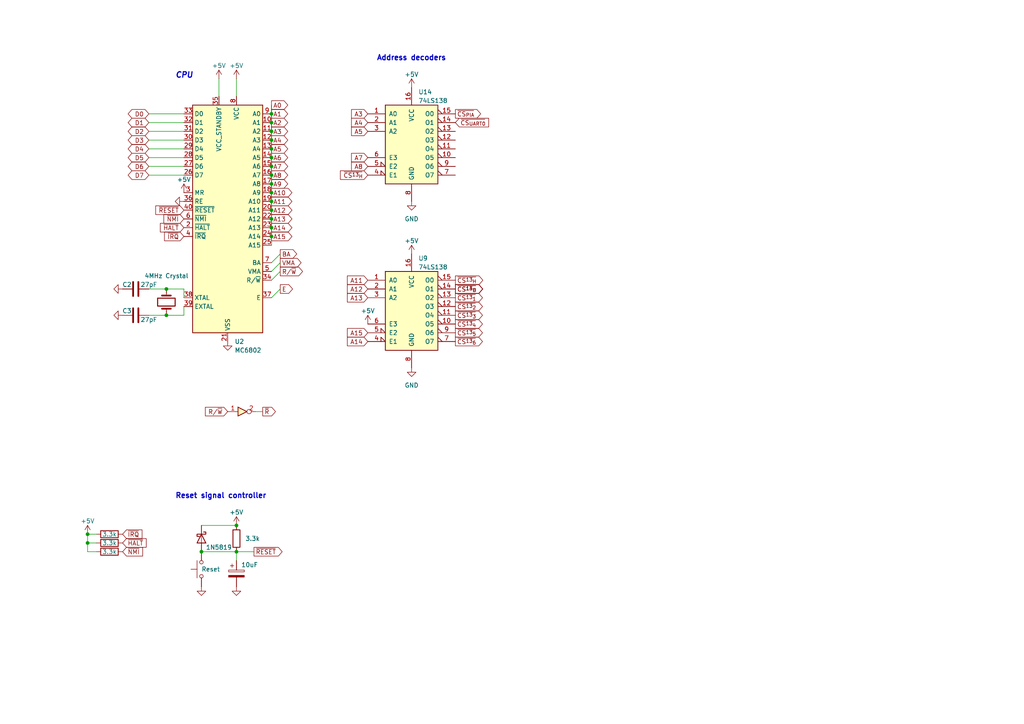
<source format=kicad_sch>
(kicad_sch (version 20230121) (generator eeschema)
  (paper "A4")
  (lib_symbols
    (symbol "+5V_1" (power) (pin_names (offset 0))
      (property "Value" "+5V_1" (at 0 3.556 0))
      (symbol "+5V_1_0_1"
        (polyline (pts (xy -0.762 1.27) (xy 0 2.54)))
        (polyline (pts (xy 0 0) (xy 0 2.54)))
        (polyline (pts (xy 0 2.54) (xy 0.762 1.27)))
      )
      (symbol "+5V_1_1_1"
        (pin power_in line (at 0 0 90) (length 0) hide (name "+5V") (number "1"))
      )
    )
    (symbol "68xx:MC6802"
      (property "Reference" "U" (at -8.89 34.29 0))
      (property "Value" "MC6802" (at 10.16 34.29 0))
      (symbol "MC6802_0_1"
        (rectangle (start -10.16 -33.02) (end 10.16 33.02) (stroke (width 0.254)) (fill (type background)))
      )
      (symbol "MC6802_1_1"
        (pin passive line (at 0 -35.56 90) (length 2.54) hide (name "VSS") (number "1"))
        (pin output line (at 12.7 27.94 180) (length 2.54) (name "A1") (number "10"))
        (pin output line (at 12.7 25.4 180) (length 2.54) (name "A2") (number "11"))
        (pin output line (at 12.7 22.86 180) (length 2.54) (name "A3") (number "12"))
        (pin output line (at 12.7 20.32 180) (length 2.54) (name "A4") (number "13"))
        (pin output line (at 12.7 17.78 180) (length 2.54) (name "A5") (number "14"))
        (pin output line (at 12.7 15.24 180) (length 2.54) (name "A6") (number "15"))
        (pin output line (at 12.7 12.7 180) (length 2.54) (name "A7") (number "16"))
        (pin output line (at 12.7 10.16 180) (length 2.54) (name "A8") (number "17"))
        (pin output line (at 12.7 7.62 180) (length 2.54) (name "A9") (number "18"))
        (pin output line (at 12.7 5.08 180) (length 2.54) (name "A10") (number "19"))
        (pin input line (at -12.7 -2.54 0) (length 2.54) (name "~{HALT}") (number "2"))
        (pin output line (at 12.7 2.54 180) (length 2.54) (name "A11") (number "20"))
        (pin power_in line (at 0 -35.56 90) (length 2.54) (name "VSS") (number "21"))
        (pin output line (at 12.7 0 180) (length 2.54) (name "A12") (number "22"))
        (pin output line (at 12.7 -2.54 180) (length 2.54) (name "A13") (number "23"))
        (pin output line (at 12.7 -5.08 180) (length 2.54) (name "A14") (number "24"))
        (pin output line (at 12.7 -7.62 180) (length 2.54) (name "A15") (number "25"))
        (pin bidirectional line (at -12.7 12.7 0) (length 2.54) (name "D7") (number "26"))
        (pin bidirectional line (at -12.7 15.24 0) (length 2.54) (name "D6") (number "27"))
        (pin bidirectional line (at -12.7 17.78 0) (length 2.54) (name "D5") (number "28"))
        (pin bidirectional line (at -12.7 20.32 0) (length 2.54) (name "D4") (number "29"))
        (pin input line (at -12.7 7.62 0) (length 2.54) (name "MR") (number "3"))
        (pin bidirectional line (at -12.7 22.86 0) (length 2.54) (name "D3") (number "30"))
        (pin bidirectional line (at -12.7 25.4 0) (length 2.54) (name "D2") (number "31"))
        (pin bidirectional line (at -12.7 27.94 0) (length 2.54) (name "D1") (number "32"))
        (pin bidirectional line (at -12.7 30.48 0) (length 2.54) (name "D0") (number "33"))
        (pin output line (at 12.7 -17.78 180) (length 2.54) (name "R/~{W}") (number "34"))
        (pin power_in line (at -2.54 35.56 270) (length 2.54) (name "VCC_STANDBY") (number "35"))
        (pin input line (at -12.7 5.08 0) (length 2.54) (name "RE") (number "36"))
        (pin output line (at 12.7 -22.86 180) (length 2.54) (name "E") (number "37"))
        (pin passive line (at -12.7 -22.86 0) (length 2.54) (name "XTAL") (number "38"))
        (pin passive line (at -12.7 -25.4 0) (length 2.54) (name "EXTAL") (number "39"))
        (pin input line (at -12.7 -5.08 0) (length 2.54) (name "~{IRQ}") (number "4"))
        (pin input line (at -12.7 2.54 0) (length 2.54) (name "~{RESET}") (number "40"))
        (pin output line (at 12.7 -15.24 180) (length 2.54) (name "VMA") (number "5"))
        (pin input line (at -12.7 0 0) (length 2.54) (name "~{NMI}") (number "6"))
        (pin output line (at 12.7 -12.7 180) (length 2.54) (name "BA") (number "7"))
        (pin power_in line (at 2.54 35.56 270) (length 2.54) (name "VCC") (number "8"))
        (pin output line (at 12.7 30.48 180) (length 2.54) (name "A0") (number "9"))
      )
    )
    (symbol "74xx:74LS04"
      (symbol "74LS04_1_0"
        (polyline (pts (xy -2.54 1.27) (xy -2.54 -1.27) (xy 0 0) (xy -2.54 1.27)) (stroke (width 0.254)) (fill (type background)))
        (pin input line (at -5.54 0 0) (length 3) (name "~") (number "1"))
        (pin output inverted (at 2.54 0 180) (length 2.5) (name "~") (number "2"))
      )
      (symbol "74LS04_2_0"
        (polyline (pts (xy -3.81 3.81) (xy -3.81 -3.81) (xy 3.81 0) (xy -3.81 3.81)) (stroke (width 0.254)) (fill (type background)))
        (pin input line (at -7.62 0 0) (length 3.81) (name "~") (number "3"))
        (pin output inverted (at 7.62 0 180) (length 3.81) (name "~") (number "4"))
      )
      (symbol "74LS04_3_0"
        (polyline (pts (xy -3.81 3.81) (xy -3.81 -3.81) (xy 3.81 0) (xy -3.81 3.81)) (stroke (width 0.254)) (fill (type background)))
        (pin input line (at -7.62 0 0) (length 3.81) (name "~") (number "5"))
        (pin output inverted (at 7.62 0 180) (length 3.81) (name "~") (number "6"))
      )
      (symbol "74LS04_4_0"
        (polyline (pts (xy -3.81 3.81) (xy -3.81 -3.81) (xy 3.81 0) (xy -3.81 3.81)) (stroke (width 0.254)) (fill (type background)))
        (pin output inverted (at 7.62 0 180) (length 3.81) (name "~") (number "8"))
        (pin input line (at -7.62 0 0) (length 3.81) (name "~") (number "9"))
      )
      (symbol "74LS04_5_0"
        (polyline (pts (xy -3.81 3.81) (xy -3.81 -3.81) (xy 3.81 0) (xy -3.81 3.81)) (stroke (width 0.254)) (fill (type background)))
        (pin output inverted (at 7.62 0 180) (length 3.81) (name "~") (number "10"))
        (pin input line (at -7.62 0 0) (length 3.81) (name "~") (number "11"))
      )
      (symbol "74LS04_6_0"
        (polyline (pts (xy -3.81 3.81) (xy -3.81 -3.81) (xy 3.81 0) (xy -3.81 3.81)) (stroke (width 0.254)) (fill (type background)))
        (pin output inverted (at 7.62 0 180) (length 3.81) (name "~") (number "12"))
        (pin input line (at -7.62 0 0) (length 3.81) (name "~") (number "13"))
      )
      (symbol "74LS04_7_0"
        (pin power_in line (at 0 12.7 270) (length 5.08) (name "VCC") (number "14"))
        (pin power_in line (at 0 -12.7 90) (length 5.08) (name "GND") (number "7"))
      )
      (symbol "74LS04_7_1"
        (rectangle (start -5.08 7.62) (end 5.08 -7.62) (stroke (width 0.254)) (fill (type background)))
      )
    )
    (symbol "74xx:74LS138" (pin_names (offset 1.016))
      (property "Reference" "U" (at -7.62 11.43 0))
      (property "Value" "74LS138" (at -7.62 -13.97 0))
      (symbol "74LS138_1_0"
        (pin input line (at -12.7 7.62 0) (length 5.08) (name "A0") (number "1"))
        (pin output output_low (at 12.7 -5.08 180) (length 5.08) (name "O5") (number "10"))
        (pin output output_low (at 12.7 -2.54 180) (length 5.08) (name "O4") (number "11"))
        (pin output output_low (at 12.7 0 180) (length 5.08) (name "O3") (number "12"))
        (pin output output_low (at 12.7 2.54 180) (length 5.08) (name "O2") (number "13"))
        (pin output output_low (at 12.7 5.08 180) (length 5.08) (name "O1") (number "14"))
        (pin output output_low (at 12.7 7.62 180) (length 5.08) (name "O0") (number "15"))
        (pin power_in line (at 0 15.24 270) (length 5.08) (name "VCC") (number "16"))
        (pin input line (at -12.7 5.08 0) (length 5.08) (name "A1") (number "2"))
        (pin input line (at -12.7 2.54 0) (length 5.08) (name "A2") (number "3"))
        (pin input input_low (at -12.7 -10.16 0) (length 5.08) (name "E1") (number "4"))
        (pin input input_low (at -12.7 -7.62 0) (length 5.08) (name "E2") (number "5"))
        (pin input line (at -12.7 -5.08 0) (length 5.08) (name "E3") (number "6"))
        (pin output output_low (at 12.7 -10.16 180) (length 5.08) (name "O7") (number "7"))
        (pin power_in line (at 0 -17.78 90) (length 5.08) (name "GND") (number "8"))
        (pin output output_low (at 12.7 -7.62 180) (length 5.08) (name "O6") (number "9"))
      )
      (symbol "74LS138_1_1"
        (rectangle (start -7.62 10.16) (end 7.62 -12.7) (stroke (width 0.254)) (fill (type background)))
      )
    )
    (symbol "Device:C" (pin_numbers hide) (pin_names (offset 0.254))
      (property "Reference" "C" (at 0.635 2.54 0))
      (property "Value" "C" (at 0.635 -2.54 0))
      (symbol "C_0_1"
        (polyline (pts (xy -2.032 -0.762) (xy 2.032 -0.762)) (stroke (width 0.508)))
        (polyline (pts (xy -2.032 0.762) (xy 2.032 0.762)) (stroke (width 0.508)))
      )
      (symbol "C_1_1"
        (pin passive line (at 0 3.81 270) (length 2.794) (name "~") (number "1"))
        (pin passive line (at 0 -3.81 90) (length 2.794) (name "~") (number "2"))
      )
    )
    (symbol "Device:C_Polarized" (pin_numbers hide) (pin_names (offset 0.254))
      (property "Reference" "C" (at 0.635 2.54 0))
      (property "Value" "C_Polarized" (at 0.635 -2.54 0))
      (symbol "C_Polarized_0_1"
        (rectangle (start -2.286 0.508) (end 2.286 1.016))
        (polyline (pts (xy -1.778 2.286) (xy -0.762 2.286)))
        (polyline (pts (xy -1.27 2.794) (xy -1.27 1.778)))
        (rectangle (start 2.286 -0.508) (end -2.286 -1.016) (fill (type outline)))
      )
      (symbol "C_Polarized_1_1"
        (pin passive line (at 0 3.81 270) (length 2.794) (name "~") (number "1"))
        (pin passive line (at 0 -3.81 90) (length 2.794) (name "~") (number "2"))
      )
    )
    (symbol "Device:Crystal" (pin_numbers hide) (pin_names (offset 1.016) hide)
      (property "Reference" "Y" (at 0 3.81 0))
      (property "Value" "Crystal" (at 0 -3.81 0))
      (symbol "Crystal_0_1"
        (rectangle (start -1.143 2.54) (end 1.143 -2.54) (stroke (width 0.3048)))
        (polyline (pts (xy -2.54 0) (xy -1.905 0)))
        (polyline (pts (xy -1.905 -1.27) (xy -1.905 1.27)) (stroke (width 0.508)))
        (polyline (pts (xy 1.905 -1.27) (xy 1.905 1.27)) (stroke (width 0.508)))
        (polyline (pts (xy 2.54 0) (xy 1.905 0)))
      )
      (symbol "Crystal_1_1"
        (pin passive line (at -3.81 0 0) (length 1.27) (name "1") (number "1"))
        (pin passive line (at 3.81 0 180) (length 1.27) (name "2") (number "2"))
      )
    )
    (symbol "Device:R" (pin_numbers hide) (pin_names (offset 0))
      (property "Reference" "R" (at 2.032 0 90))
      (property "Value" "R" (at 0 0 90))
      (symbol "R_0_1"
        (rectangle (start -1.016 -2.54) (end 1.016 2.54) (stroke (width 0.254)))
      )
      (symbol "R_1_1"
        (pin passive line (at 0 3.81 270) (length 1.27) (name "~") (number "1"))
        (pin passive line (at 0 -3.81 90) (length 1.27) (name "~") (number "2"))
      )
    )
    (symbol "Diode:1N5819" (pin_numbers hide) (pin_names (offset 1.016) hide)
      (property "Reference" "D" (at 0 2.54 0))
      (property "Value" "1N5819" (at 0 -2.54 0))
      (symbol "1N5819_0_1"
        (polyline (pts (xy 1.27 0) (xy -1.27 0)))
        (polyline (pts (xy 1.27 1.27) (xy 1.27 -1.27) (xy -1.27 0) (xy 1.27 1.27)) (stroke (width 0.254)))
        (polyline (pts (xy -1.905 0.635) (xy -1.905 1.27) (xy -1.27 1.27) (xy -1.27 -1.27) (xy -0.635 -1.27) (xy -0.635 -0.635)) (stroke (width 0.254)))
      )
      (symbol "1N5819_1_1"
        (pin passive line (at -3.81 0 0) (length 2.54) (name "K") (number "1"))
        (pin passive line (at 3.81 0 180) (length 2.54) (name "A") (number "2"))
      )
    )
    (symbol "GND_1" (power) (pin_names (offset 0))
      (property "Value" "GND_1" (at 0 -3.81 0))
      (symbol "GND_1_0_1"
        (polyline (pts (xy 0 0) (xy 0 -1.27) (xy 1.27 -1.27) (xy 0 -2.54) (xy -1.27 -1.27) (xy 0 -1.27)))
      )
      (symbol "GND_1_1_1"
        (pin power_in line (at 0 0 270) (length 0) hide (name "GND") (number "1"))
      )
    )
    (symbol "Switch:SW_Push" (pin_numbers hide) (pin_names (offset 1.016) hide)
      (property "Reference" "SW" (at 1.27 2.54 0))
      (property "Value" "SW_Push" (at 0 -1.524 0))
      (symbol "SW_Push_0_1"
        (circle (center -2.032 0) (radius 0.508))
        (polyline (pts (xy 0 1.27) (xy 0 3.048)))
        (polyline (pts (xy 2.54 1.27) (xy -2.54 1.27)))
        (circle (center 2.032 0) (radius 0.508))
        (pin passive line (at -5.08 0 0) (length 2.54) (name "1") (number "1"))
        (pin passive line (at 5.08 0 180) (length 2.54) (name "2") (number "2"))
      )
    )
    (symbol "power:+5V" (power) (pin_names (offset 0))
      (property "Value" "+5V" (at 0 3.556 0))
      (symbol "+5V_0_1"
        (polyline (pts (xy -0.762 1.27) (xy 0 2.54)))
        (polyline (pts (xy 0 0) (xy 0 2.54)))
        (polyline (pts (xy 0 2.54) (xy 0.762 1.27)))
      )
      (symbol "+5V_1_1"
        (pin power_in line (at 0 0 90) (length 0) hide (name "+5V") (number "1"))
      )
    )
    (symbol "power:GND" (power) (pin_names (offset 0))
      (property "Value" "GND" (at 0 -3.81 0))
      (symbol "GND_0_1"
        (polyline (pts (xy 0 0) (xy 0 -1.27) (xy 1.27 -1.27) (xy 0 -2.54) (xy -1.27 -1.27) (xy 0 -1.27)))
      )
      (symbol "GND_1_1"
        (pin power_in line (at 0 0 270) (length 0) hide (name "GND") (number "1"))
      )
    )
  )
  (junction (at 78.74 58.42))
  (junction (at 68.58 160.02))
  (junction (at 78.74 63.5))
  (junction (at 58.42 160.02))
  (junction (at 48.26 91.44))
  (junction (at 78.74 60.96))
  (junction (at 78.74 68.58))
  (junction (at 25.4 157.48))
  (junction (at 78.74 48.26))
  (junction (at 78.74 43.18))
  (junction (at 25.4 154.94))
  (junction (at 78.74 33.02))
  (junction (at 78.74 53.34))
  (junction (at 78.74 35.56))
  (junction (at 78.74 50.8))
  (junction (at 78.74 45.72))
  (junction (at 48.26 83.82))
  (junction (at 68.58 152.4))
  (junction (at 78.74 66.04))
  (junction (at 78.74 55.88))
  (junction (at 78.74 40.64))
  (junction (at 78.74 38.1))
  (wire (pts (xy 78.74 60.96) (xy 78.74 58.42)))
  (wire (pts (xy 58.42 160.02) (xy 68.58 160.02)))
  (wire (pts (xy 78.74 58.42) (xy 78.74 55.88)))
  (wire (pts (xy 78.74 86.36) (xy 81.28 83.82)))
  (wire (pts (xy 25.4 160.02) (xy 27.94 160.02)))
  (wire (pts (xy 74.12 119.38) (xy 76.2 119.38)))
  (wire (pts (xy 78.74 71.12) (xy 78.74 68.58)))
  (wire (pts (xy 43.18 43.18) (xy 53.34 43.18)))
  (wire (pts (xy 78.74 48.26) (xy 78.74 45.72)))
  (wire (pts (xy 78.74 63.5) (xy 78.74 60.96)))
  (wire (pts (xy 53.34 83.82) (xy 48.26 83.82)))
  (wire (pts (xy 53.34 91.44) (xy 48.26 91.44)))
  (wire (pts (xy 78.74 76.2) (xy 81.28 73.66)))
  (wire (pts (xy 78.74 45.72) (xy 78.74 43.18)))
  (wire (pts (xy 53.34 88.9) (xy 53.34 91.44)))
  (wire (pts (xy 43.18 83.82) (xy 48.26 83.82)))
  (wire (pts (xy 78.74 33.02) (xy 78.74 30.48)))
  (wire (pts (xy 63.5 22.86) (xy 63.5 27.94)))
  (wire (pts (xy 78.74 55.88) (xy 78.74 53.34)))
  (wire (pts (xy 25.4 157.48) (xy 25.4 160.02)))
  (wire (pts (xy 43.18 45.72) (xy 53.34 45.72)))
  (wire (pts (xy 68.58 160.02) (xy 73.66 160.02)))
  (wire (pts (xy 43.18 91.44) (xy 48.26 91.44)))
  (wire (pts (xy 43.18 35.56) (xy 53.34 35.56)))
  (wire (pts (xy 78.74 38.1) (xy 78.74 35.56)))
  (wire (pts (xy 43.18 33.02) (xy 53.34 33.02)))
  (wire (pts (xy 78.74 81.28) (xy 81.28 78.74)))
  (wire (pts (xy 58.42 152.4) (xy 68.58 152.4)))
  (wire (pts (xy 53.34 86.36) (xy 53.34 83.82)))
  (wire (pts (xy 68.58 160.02) (xy 68.58 162.56)))
  (wire (pts (xy 78.74 66.04) (xy 78.74 63.5)))
  (wire (pts (xy 43.18 50.8) (xy 53.34 50.8)))
  (wire (pts (xy 78.74 43.18) (xy 78.74 40.64)))
  (wire (pts (xy 43.18 48.26) (xy 53.34 48.26)))
  (wire (pts (xy 43.18 40.64) (xy 53.34 40.64)))
  (wire (pts (xy 78.74 53.34) (xy 78.74 50.8)))
  (wire (pts (xy 78.74 50.8) (xy 78.74 48.26)))
  (wire (pts (xy 78.74 68.58) (xy 78.74 66.04)))
  (wire (pts (xy 43.18 38.1) (xy 53.34 38.1)))
  (wire (pts (xy 25.4 154.94) (xy 27.94 154.94)))
  (wire (pts (xy 78.74 40.64) (xy 78.74 38.1)))
  (wire (pts (xy 78.74 35.56) (xy 78.74 33.02)))
  (wire (pts (xy 78.74 78.74) (xy 81.28 76.2)))
  (wire (pts (xy 68.58 22.86) (xy 68.58 27.94)))
  (wire (pts (xy 25.4 157.48) (xy 27.94 157.48)))
  (wire (pts (xy 25.4 154.94) (xy 25.4 157.48)))
  (text "CPU" (at 50.8 22.86 0) (effects (font (size 1.6 1.6) bold italic) (justify left bottom)))
  (text "Address decoders" (at 109.22 17.78 0) (effects (font (size 1.5 1.5) bold) (justify left bottom)))
  (text "Reset signal controller" (at 50.8 144.78 0) (effects (font (size 1.5 1.5) bold) (justify left bottom)))
  (global_label "~{CS^{13}_{3}}" (shape output) (at 132.08 91.44 0) (property "Intersheetrefs" "${INTERSHEET_REFS}" (effects hide)))
  (global_label "D2" (shape tri_state) (at 43.18 38.1 180) (property "Intersheetrefs" "${INTERSHEET_REFS}" (effects hide)))
  (global_label "~{CS^{13}_{4}}" (shape output) (at 132.08 93.98 0) (property "Intersheetrefs" "${INTERSHEET_REFS}" (effects hide)))
  (global_label "~{HALT}" (shape input) (at 53.34 66.04 180) (property "Intersheetrefs" "${INTERSHEET_REFS}" (effects hide)))
  (global_label "~{CS^{14}_{H}}" (shape output) (at 132.08 83.82 0) (property "Intersheetrefs" "${INTERSHEET_REFS}" (effects hide)))
  (global_label "A11" (shape output) (at 78.74 58.42 0) (property "Intersheetrefs" "${INTERSHEET_REFS}" (effects hide)))
  (global_label "A7" (shape input) (at 106.68 45.72 180) (property "Intersheetrefs" "${INTERSHEET_REFS}" (effects hide)))
  (global_label "~{CS^{13}_{0}}" (shape output) (at 132.08 83.82 0) (property "Intersheetrefs" "${INTERSHEET_REFS}" (effects hide)))
  (global_label "A8" (shape input) (at 106.68 48.26 180) (property "Intersheetrefs" "${INTERSHEET_REFS}" (effects hide)))
  (global_label "A14" (shape input) (at 106.68 99.06 180) (property "Intersheetrefs" "${INTERSHEET_REFS}" (effects hide)))
  (global_label "~{CS_{PIA}}" (shape output) (at 132.08 33.02 0) (property "Intersheetrefs" "${INTERSHEET_REFS}" (effects hide)))
  (global_label "~{R}" (shape output) (at 76.2 119.38 0) (property "Intersheetrefs" "${INTERSHEET_REFS}" (effects hide)))
  (global_label "~{HALT}" (shape input) (at 35.56 157.48 0) (property "Intersheetrefs" "${INTERSHEET_REFS}" (effects hide)))
  (global_label "A2" (shape output) (at 78.74 35.56 0) (property "Intersheetrefs" "${INTERSHEET_REFS}" (effects hide)))
  (global_label "~{RESET}" (shape input) (at 53.34 60.96 180) (property "Intersheetrefs" "${INTERSHEET_REFS}" (effects hide)))
  (global_label "~{CS^{13}_{2}}" (shape output) (at 132.08 88.9 0) (property "Intersheetrefs" "${INTERSHEET_REFS}" (effects hide)))
  (global_label "D6" (shape tri_state) (at 43.18 48.26 180) (property "Intersheetrefs" "${INTERSHEET_REFS}" (effects hide)))
  (global_label "A9" (shape output) (at 78.74 53.34 0) (property "Intersheetrefs" "${INTERSHEET_REFS}" (effects hide)))
  (global_label "A6" (shape output) (at 78.74 45.72 0) (property "Intersheetrefs" "${INTERSHEET_REFS}" (effects hide)))
  (global_label "A15" (shape output) (at 78.74 68.58 0) (property "Intersheetrefs" "${INTERSHEET_REFS}" (effects hide)))
  (global_label "~{IRQ}" (shape input) (at 53.34 68.58 180) (property "Intersheetrefs" "${INTERSHEET_REFS}" (effects hide)))
  (global_label "~{IRQ}" (shape input) (at 35.56 154.94 0) (property "Intersheetrefs" "${INTERSHEET_REFS}" (effects hide)))
  (global_label "D5" (shape tri_state) (at 43.18 45.72 180) (property "Intersheetrefs" "${INTERSHEET_REFS}" (effects hide)))
  (global_label "A4" (shape input) (at 106.68 35.56 180) (property "Intersheetrefs" "${INTERSHEET_REFS}" (effects hide)))
  (global_label "~{CS^{13}_{H}}" (shape input) (at 106.68 50.8 180) (property "Intersheetrefs" "${INTERSHEET_REFS}" (effects hide)))
  (global_label "A11" (shape input) (at 106.68 81.28 180) (property "Intersheetrefs" "${INTERSHEET_REFS}" (effects hide)))
  (global_label "A0" (shape output) (at 78.74 30.48 0) (property "Intersheetrefs" "${INTERSHEET_REFS}" (effects hide)))
  (global_label "A4" (shape output) (at 78.74 40.64 0) (property "Intersheetrefs" "${INTERSHEET_REFS}" (effects hide)))
  (global_label "A13" (shape input) (at 106.68 86.36 180) (property "Intersheetrefs" "${INTERSHEET_REFS}" (effects hide)))
  (global_label "A3" (shape input) (at 106.68 33.02 180) (property "Intersheetrefs" "${INTERSHEET_REFS}" (effects hide)))
  (global_label "A5" (shape output) (at 78.74 43.18 0) (property "Intersheetrefs" "${INTERSHEET_REFS}" (effects hide)))
  (global_label "~{NMI}" (shape input) (at 53.34 63.5 180) (property "Intersheetrefs" "${INTERSHEET_REFS}" (effects hide)))
  (global_label "~{CS^{13}_{6}}" (shape output) (at 132.08 99.06 0) (property "Intersheetrefs" "${INTERSHEET_REFS}" (effects hide)))
  (global_label "A5" (shape input) (at 106.68 38.1 180) (property "Intersheetrefs" "${INTERSHEET_REFS}" (effects hide)))
  (global_label "A10" (shape output) (at 78.74 55.88 0) (property "Intersheetrefs" "${INTERSHEET_REFS}" (effects hide)))
  (global_label "~{RESET}" (shape output) (at 73.66 160.02 0) (property "Intersheetrefs" "${INTERSHEET_REFS}" (effects hide)))
  (global_label "D1" (shape tri_state) (at 43.18 35.56 180) (property "Intersheetrefs" "${INTERSHEET_REFS}" (effects hide)))
  (global_label "A14" (shape output) (at 78.74 66.04 0) (property "Intersheetrefs" "${INTERSHEET_REFS}" (effects hide)))
  (global_label "A12" (shape output) (at 78.74 60.96 0) (property "Intersheetrefs" "${INTERSHEET_REFS}" (effects hide)))
  (global_label "D7" (shape tri_state) (at 43.18 50.8 180) (property "Intersheetrefs" "${INTERSHEET_REFS}" (effects hide)))
  (global_label "~{CS^{13}_{H}}" (shape output) (at 132.08 81.28 0) (property "Intersheetrefs" "${INTERSHEET_REFS}" (effects hide)))
  (global_label "~{CS^{13}_{5}}" (shape output) (at 132.08 96.52 0) (property "Intersheetrefs" "${INTERSHEET_REFS}" (effects hide)))
  (global_label "~{CS^{13}_{1}}" (shape output) (at 132.08 86.36 0) (property "Intersheetrefs" "${INTERSHEET_REFS}" (effects hide)))
  (global_label "VMA" (shape output) (at 81.28 76.2 0) (property "Intersheetrefs" "${INTERSHEET_REFS}" (effects hide)))
  (global_label "R{slash}~{W}" (shape input) (at 66.04 119.38 180) (property "Intersheetrefs" "${INTERSHEET_REFS}" (effects hide)))
  (global_label "A15" (shape input) (at 106.68 96.52 180) (property "Intersheetrefs" "${INTERSHEET_REFS}" (effects hide)))
  (global_label "A13" (shape output) (at 78.74 63.5 0) (property "Intersheetrefs" "${INTERSHEET_REFS}" (effects hide)))
  (global_label "A3" (shape output) (at 78.74 38.1 0) (property "Intersheetrefs" "${INTERSHEET_REFS}" (effects hide)))
  (global_label "A1" (shape output) (at 78.74 33.02 0) (property "Intersheetrefs" "${INTERSHEET_REFS}" (effects hide)))
  (global_label "D0" (shape tri_state) (at 43.18 33.02 180) (property "Intersheetrefs" "${INTERSHEET_REFS}" (effects hide)))
  (global_label "BA" (shape output) (at 81.28 73.66 0) (property "Intersheetrefs" "${INTERSHEET_REFS}" (effects hide)))
  (global_label "~{NMI}" (shape input) (at 35.56 160.02 0) (property "Intersheetrefs" "${INTERSHEET_REFS}" (effects hide)))
  (global_label "A12" (shape input) (at 106.68 83.82 180) (property "Intersheetrefs" "${INTERSHEET_REFS}" (effects hide)))
  (global_label "A8" (shape output) (at 78.74 50.8 0) (property "Intersheetrefs" "${INTERSHEET_REFS}" (effects hide)))
  (global_label "D4" (shape tri_state) (at 43.18 43.18 180) (property "Intersheetrefs" "${INTERSHEET_REFS}" (effects hide)))
  (global_label "E" (shape output) (at 81.28 83.82 0) (property "Intersheetrefs" "${INTERSHEET_REFS}" (effects hide)))
  (global_label "~{CS_{UART0}}" (shape input) (at 132.08 35.56 0) (property "Intersheetrefs" "${INTERSHEET_REFS}" (effects hide)))
  (global_label "D3" (shape tri_state) (at 43.18 40.64 180) (property "Intersheetrefs" "${INTERSHEET_REFS}" (effects hide)))
  (global_label "A7" (shape output) (at 78.74 48.26 0) (property "Intersheetrefs" "${INTERSHEET_REFS}" (effects hide)))
  (global_label "R{slash}~{W}" (shape output) (at 81.28 78.74 0) (property "Intersheetrefs" "${INTERSHEET_REFS}" (effects hide)))
  (symbol (lib_id "power:+5V") (at 25.4 154.94 0) (unit 1)
    (property "Reference" "#PWR010" (effects hide))
    (property "Value" "+5V" (at 25.4 151.13 0))
    (instances (project "6802 v2" (path "" (reference "#PWR010") (unit 1)) (path "" (reference "#PWR021") (unit 1))))
  )
  (symbol (lib_id "74xx:74LS04") (at 71.58 119.38 0) (unit 1)
    (property "Reference" "U?" (effects hide))
    (property "Value" "74LS04" (effects hide))
    (property "Footprint" "Package_DIP:DIP-14_W7.62mm_Socket" (effects hide))
    (property "Datasheet" "http://www.ti.com/lit/gpn/sn74LS04" (effects hide))
  )
  (symbol (lib_id "Switch:SW_Push") (at 58.42 165.1 90) (unit 1)
    (property "Reference" "SW1" (effects hide))
    (property "Value" "Reset" (at 58.42 165.1 90) (effects (justify right)))
    (property "Footprint" "Button_Switch_THT:SW_PUSH_6mm" (effects hide))
  )
  (symbol (lib_id "power:GND") (at 35.56 83.82 270) (unit 1)
    (property "Reference" "#PWR013" (effects hide))
    (property "Value" "GND" (effects hide))
    (instances (project "6802 v2" (path "" (reference "#PWR013") (unit 1)) (path "" (reference "#PWR031") (unit 1))))
  )
  (symbol (lib_id "power:+5V") (at 119.38 73.66 0) (unit 1)
    (property "Reference" "#PWR027" (effects hide))
    (property "Value" "+5V" (at 119.38 69.85 0))
    (instances (project "6802 v2" (path "" (reference "#PWR027") (unit 1)) (path "" (reference "#PWR011") (unit 1)) (path "" (reference "#PWR030") (unit 1))))
  )
  (symbol (lib_id "Device:C") (at 39.37 91.44 90) (unit 1)
    (property "Reference" "C3" (at 36.83 90.17 90))
    (property "Value" "27pF" (at 43.18 92.71 90))
    (property "Footprint" "Capacitor_THT:C_Disc_D3.0mm_W1.6mm_P2.50mm" (effects hide))
    (instances (project "6802 v2" (path "" (reference "C3") (unit 1)) (path "" (reference "C2") (unit 1))))
  )
  (symbol (lib_name "GND_1") (lib_id "power:GND") (at 119.38 58.42 0) (unit 1)
    (property "Reference" "#PWR036" (effects hide))
    (property "Value" "GND" (at 119.38 63.5 0))
    (instances (project "6802 v2" (path "" (reference "#PWR036") (unit 1)) (path "" (reference "#PWR031") (unit 1)) (path "" (reference "#PWR028") (unit 1))))
  )
  (symbol (lib_id "power:+5V") (at 63.5 22.86 0) (unit 1)
    (property "Reference" "#PWR01" (effects hide))
    (property "Value" "+5V" (at 63.5 19.05 0))
    (instances (project "6802 v2" (path "" (reference "#PWR01") (unit 1)) (path "" (reference "#PWR024") (unit 1))))
  )
  (symbol (lib_id "68xx:MC6802") (at 66.04 63.5 0) (unit 1)
    (property "Reference" "U2" (at 68.0594 99.06 0) (effects (justify left)))
    (property "Value" "MC6802" (at 68.0594 101.6 0) (effects (justify left)))
    (property "Footprint" "Package_DIP:DIP-40_W15.24mm" (effects hide))
    (property "Datasheet" "https://www.jameco.com/Jameco/Products/ProdDS/43502.pdf" (effects hide))
    (instances (project "6802 v2" (path "" (reference "U2") (unit 1)) (path "" (reference "U7") (unit 1))))
  )
  (symbol (lib_id "Device:Crystal") (at 48.26 87.63 90) (unit 1)
    (property "Reference" "Y1" (effects hide))
    (property "Value" "4MHz Crystal" (at 41.91 80.01 90) (effects (justify right)))
    (property "Footprint" "Crystal:Crystal_HC49-U_Vertical" (effects hide))
  )
  (symbol (lib_id "74xx:74LS138") (at 119.38 40.64 0) (unit 1)
    (property "Reference" "U14" (at 121.3359 26.67 0) (effects (justify left)))
    (property "Value" "74LS138" (at 121.3359 29.21 0) (effects (justify left)))
    (property "Footprint" "Package_DIP:DIP-16_W7.62mm_Socket" (effects hide))
    (property "Datasheet" "http://www.ti.com/lit/gpn/sn74LS138" (effects hide))
    (instances (project "6802 v2" (path "" (reference "U14") (unit 1)) (path "" (reference "U12") (unit 1)) (path "" (reference "U6") (unit 1))))
  )
  (symbol (lib_id "power:GND") (at 119.38 106.68 0) (unit 1)
    (property "Reference" "#PWR028" (effects hide))
    (property "Value" "GND" (at 119.38 111.76 0))
    (instances (project "6802 v2" (path "" (reference "#PWR028") (unit 1)) (path "" (reference "#PWR026") (unit 1)) (path "" (reference "#PWR035") (unit 1))))
  )
  (symbol (lib_id "Diode:1N5819") (at 58.42 156.21 270) (unit 1)
    (property "Reference" "D1" (effects hide))
    (property "Value" "1N5819" (at 59.69 158.75 90) (effects (justify left)))
    (property "Footprint" "Diode_THT:D_DO-41_SOD81_P10.16mm_Horizontal" (effects hide))
    (property "Datasheet" "http://www.vishay.com/docs/88525/1n5817.pdf" (effects hide))
  )
  (symbol (lib_id "power:GND") (at 53.34 58.42 270) (unit 1)
    (property "Reference" "#PWR016" (effects hide))
    (property "Value" "GND" (effects hide))
    (instances (project "6802 v2" (path "" (reference "#PWR016") (unit 1)) (path "" (reference "#PWR020") (unit 1))))
  )
  (symbol (lib_id "Device:C") (at 39.37 83.82 90) (unit 1)
    (property "Reference" "C2" (at 36.83 82.55 90))
    (property "Value" "27pF" (at 43.18 82.55 90))
    (property "Footprint" "Capacitor_THT:C_Disc_D3.0mm_W1.6mm_P2.50mm" (effects hide))
    (instances (project "6802 v2" (path "" (reference "C2") (unit 1)) (path "" (reference "C1") (unit 1))))
  )
  (symbol (lib_id "power:+5V") (at 68.58 152.4 0) (unit 1)
    (property "Reference" "#PWR05" (effects hide))
    (property "Value" "+5V" (at 68.58 148.59 0))
    (instances (project "6802 v2" (path "" (reference "#PWR05") (unit 1)) (path "" (reference "#PWR05") (unit 1)) (path "" (reference "#PWR036") (unit 1))))
  )
  (symbol (lib_id "74xx:74LS138") (at 119.38 88.9 0) (unit 1)
    (property "Reference" "U9" (at 121.3359 74.93 0) (effects (justify left)))
    (property "Value" "74LS138" (at 121.3359 77.47 0) (effects (justify left)))
    (property "Footprint" "Package_DIP:DIP-16_W7.62mm_Socket" (effects hide))
    (property "Datasheet" "http://www.ti.com/lit/gpn/sn74LS138" (effects hide))
    (instances (project "6802 v2" (path "" (reference "U9") (unit 1)) (path "" (reference "U1") (unit 1)) (path "" (reference "U8") (unit 1))))
  )
  (symbol (lib_id "power:GND") (at 68.58 170.18 0) (unit 1)
    (property "Reference" "#PWR07" (effects hide))
    (property "Value" "GND" (effects hide))
    (instances (project "6802 v2" (path "" (reference "#PWR07") (unit 1)) (path "" (reference "#PWR07") (unit 1)) (path "" (reference "#PWR038") (unit 1))))
  )
  (symbol (lib_id "power:GND") (at 58.42 170.18 0) (unit 1)
    (property "Reference" "#PWR06" (effects hide))
    (property "Value" "GND" (effects hide))
    (instances (project "6802 v2" (path "" (reference "#PWR06") (unit 1)) (path "" (reference "#PWR06") (unit 1)) (path "" (reference "#PWR037") (unit 1))))
  )
  (symbol (lib_id "Device:R") (at 31.75 157.48 90) (unit 1)
    (property "Reference" "R3" (effects hide))
    (property "Value" "3.3k" (at 31.75 157.48 90))
    (property "Footprint" "Resistor_THT:R_Axial_DIN0207_L6.3mm_D2.5mm_P10.16mm_Horizontal" (effects hide))
    (instances (project "6802 v2" (path "" (reference "R3") (unit 1)) (path "" (reference "R?") (unit 1))))
  )
  (symbol (lib_id "power:+5V") (at 68.58 22.86 0) (unit 1)
    (property "Reference" "#PWR02" (effects hide))
    (property "Value" "+5V" (at 68.58 19.05 0))
    (instances (project "6802 v2" (path "" (reference "#PWR02") (unit 1)) (path "" (reference "#PWR025") (unit 1))))
  )
  (symbol (lib_id "power:GND") (at 35.56 91.44 270) (unit 1)
    (property "Reference" "#PWR014" (effects hide))
    (property "Value" "GND" (effects hide))
    (instances (project "6802 v2" (path "" (reference "#PWR014") (unit 1)) (path "" (reference "#PWR032") (unit 1))))
  )
  (symbol (lib_id "Device:R") (at 31.75 154.94 90) (unit 1)
    (property "Reference" "R2" (effects hide))
    (property "Value" "3.3k" (at 31.75 154.94 90))
    (property "Footprint" "Resistor_THT:R_Axial_DIN0207_L6.3mm_D2.5mm_P10.16mm_Horizontal" (effects hide))
    (instances (project "6802 v2" (path "" (reference "R2") (unit 1)) (path "" (reference "R?") (unit 1))))
  )
  (symbol (lib_id "Device:C_Polarized") (at 68.58 166.37 0) (unit 1)
    (property "Reference" "C1" (effects hide))
    (property "Value" "10uF" (at 72.39 163.83 0))
    (property "Footprint" "Capacitor_THT:CP_Radial_D5.0mm_P2.00mm" (effects hide))
    (instances (project "6802 v2" (path "" (reference "C1") (unit 1)) (path "" (reference "C1") (unit 1)) (path "" (reference "C3") (unit 1))))
  )
  (symbol (lib_name "+5V_1") (lib_id "power:+5V") (at 119.38 25.4 0) (unit 1)
    (property "Reference" "#PWR030" (effects hide))
    (property "Value" "+5V" (at 119.38 21.59 0))
    (instances (project "6802 v2" (path "" (reference "#PWR030") (unit 1)) (path "" (reference "#PWR030") (unit 1)) (path "" (reference "#PWR026") (unit 1))))
  )
  (symbol (lib_id "power:+5V") (at 53.34 55.88 0) (unit 1)
    (property "Reference" "#PWR08" (effects hide))
    (property "Value" "+5V" (at 53.34 52.07 0))
    (instances (project "6802 v2" (path "" (reference "#PWR08") (unit 1)) (path "" (reference "#PWR027") (unit 1))))
  )
  (symbol (lib_id "Device:R") (at 68.58 156.21 180) (unit 1)
    (property "Reference" "R1" (effects hide))
    (property "Value" "3.3k" (at 71.12 156.21 0) (effects (justify right)))
    (property "Footprint" "Resistor_THT:R_Axial_DIN0207_L6.3mm_D2.5mm_P10.16mm_Horizontal" (effects hide))
    (instances (project "6802 v2" (path "" (reference "R1") (unit 1)) (path "" (reference "R1") (unit 1)) (path "" (reference "R4") (unit 1))))
  )
  (symbol (lib_id "power:GND") (at 66.04 99.06 0) (unit 1)
    (property "Reference" "#PWR016" (effects hide))
    (property "Value" "GND" (effects hide))
    (instances (project "6802 v2" (path "" (reference "#PWR016") (unit 1)) (path "" (reference "#PWR034") (unit 1))))
  )
  (symbol (lib_id "Device:R") (at 31.75 160.02 90) (unit 1)
    (property "Reference" "R4" (effects hide))
    (property "Value" "3.3k" (at 31.75 160.02 90))
    (property "Footprint" "Resistor_THT:R_Axial_DIN0207_L6.3mm_D2.5mm_P10.16mm_Horizontal" (effects hide))
    (instances (project "6802 v2" (path "" (reference "R4") (unit 1)) (path "" (reference "R?") (unit 1))))
  )
  (symbol (lib_id "power:+5V") (at 106.68 93.98 0) (unit 1)
    (property "Reference" "#PWR026" (effects hide))
    (property "Value" "+5V" (at 106.68 90.17 0))
    (instances (project "6802 v2" (path "" (reference "#PWR026") (unit 1)) (path "" (reference "#PWR012") (unit 1)) (path "" (reference "#PWR033") (unit 1))))
  )
)
</source>
